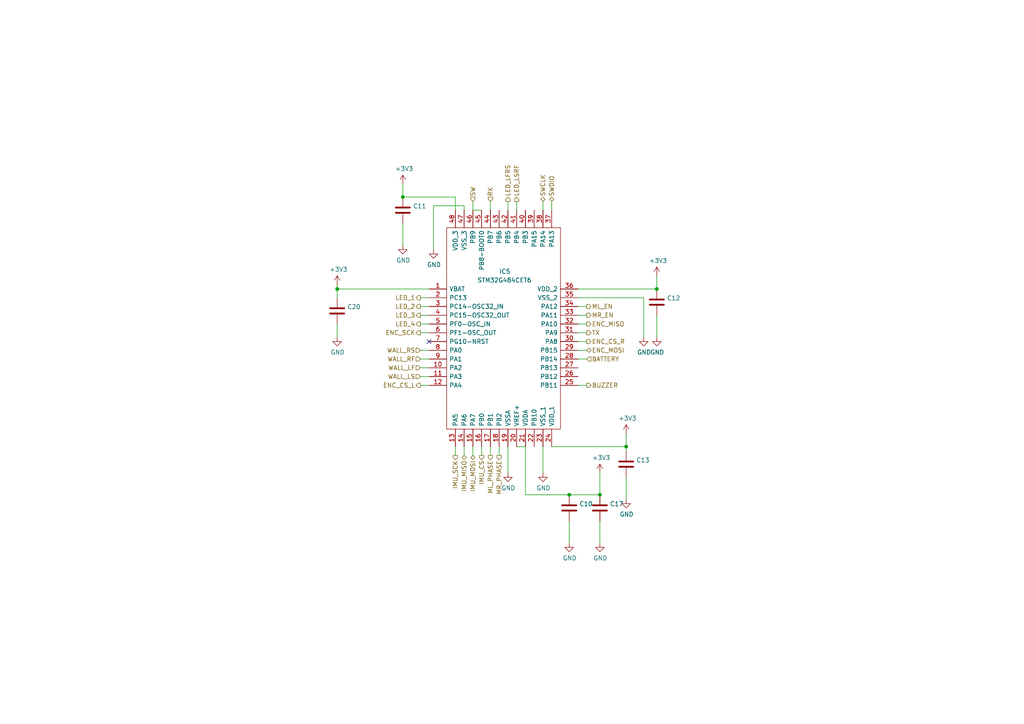
<source format=kicad_sch>
(kicad_sch (version 20211123) (generator eeschema)
  (paper "A4")
  (lib_symbols
    (symbol "Device:C" (pin_numbers hide) (pin_names (offset 0.254))
      (property "Reference" "C" (at 0.635 2.54 0))
      (property "Value" "C" (at 0.635 -2.54 0))
      (symbol "C_0_1"
        (polyline (pts (xy -2.032 -0.762) (xy 2.032 -0.762)) (stroke (width 0.508)))
        (polyline (pts (xy -2.032 0.762) (xy 2.032 0.762)) (stroke (width 0.508)))
      )
      (symbol "C_1_1"
        (pin passive line (at 0 3.81 270) (length 2.794) (name "~") (number "1"))
        (pin passive line (at 0 -3.81 90) (length 2.794) (name "~") (number "2"))
      )
    )
    (symbol "STM32G484CET6:STM32G484CET6" (pin_names (offset 0.762))
      (property "Reference" "IC" (at 39.37 22.86 0))
      (property "Value" "STM32G484CET6" (at 39.37 20.32 0))
      (symbol "STM32G484CET6_0_0"
        (pin passive line (at 0 0 0) (length 5.08) (name "VBAT") (number "1"))
        (pin passive line (at 0 -22.86 0) (length 5.08) (name "PA2") (number "10"))
        (pin passive line (at 0 -25.4 0) (length 5.08) (name "PA3") (number "11"))
        (pin passive line (at 0 -27.94 0) (length 5.08) (name "PA4") (number "12"))
        (pin passive line (at 7.62 -45.72 90) (length 5.08) (name "PA5") (number "13"))
        (pin passive line (at 10.16 -45.72 90) (length 5.08) (name "PA6") (number "14"))
        (pin passive line (at 12.7 -45.72 90) (length 5.08) (name "PA7") (number "15"))
        (pin passive line (at 15.24 -45.72 90) (length 5.08) (name "PB0") (number "16"))
        (pin passive line (at 17.78 -45.72 90) (length 5.08) (name "PB1") (number "17"))
        (pin passive line (at 20.32 -45.72 90) (length 5.08) (name "PB2") (number "18"))
        (pin passive line (at 22.86 -45.72 90) (length 5.08) (name "VSSA") (number "19"))
        (pin passive line (at 0 -2.54 0) (length 5.08) (name "PC13") (number "2"))
        (pin passive line (at 25.4 -45.72 90) (length 5.08) (name "VREF+") (number "20"))
        (pin passive line (at 27.94 -45.72 90) (length 5.08) (name "VDDA") (number "21"))
        (pin passive line (at 30.48 -45.72 90) (length 5.08) (name "PB10") (number "22"))
        (pin passive line (at 33.02 -45.72 90) (length 5.08) (name "VSS_1") (number "23"))
        (pin passive line (at 35.56 -45.72 90) (length 5.08) (name "VDD_1") (number "24"))
        (pin passive line (at 43.18 -27.94 180) (length 5.08) (name "PB11") (number "25"))
        (pin passive line (at 43.18 -25.4 180) (length 5.08) (name "PB12") (number "26"))
        (pin passive line (at 43.18 -22.86 180) (length 5.08) (name "PB13") (number "27"))
        (pin passive line (at 43.18 -20.32 180) (length 5.08) (name "PB14") (number "28"))
        (pin passive line (at 43.18 -17.78 180) (length 5.08) (name "PB15") (number "29"))
        (pin passive line (at 0 -5.08 0) (length 5.08) (name "PC14-OSC32_IN") (number "3"))
        (pin passive line (at 43.18 -15.24 180) (length 5.08) (name "PA8") (number "30"))
        (pin passive line (at 43.18 -12.7 180) (length 5.08) (name "PA9") (number "31"))
        (pin passive line (at 43.18 -10.16 180) (length 5.08) (name "PA10") (number "32"))
        (pin passive line (at 43.18 -7.62 180) (length 5.08) (name "PA11") (number "33"))
        (pin passive line (at 43.18 -5.08 180) (length 5.08) (name "PA12") (number "34"))
        (pin passive line (at 43.18 -2.54 180) (length 5.08) (name "VSS_2") (number "35"))
        (pin passive line (at 43.18 0 180) (length 5.08) (name "VDD_2") (number "36"))
        (pin passive line (at 35.56 22.86 270) (length 5.08) (name "PA13") (number "37"))
        (pin passive line (at 33.02 22.86 270) (length 5.08) (name "PA14") (number "38"))
        (pin passive line (at 30.48 22.86 270) (length 5.08) (name "PA15") (number "39"))
        (pin passive line (at 0 -7.62 0) (length 5.08) (name "PC15-OSC32_OUT") (number "4"))
        (pin passive line (at 27.94 22.86 270) (length 5.08) (name "PB3") (number "40"))
        (pin passive line (at 25.4 22.86 270) (length 5.08) (name "PB4") (number "41"))
        (pin passive line (at 22.86 22.86 270) (length 5.08) (name "PB5") (number "42"))
        (pin passive line (at 20.32 22.86 270) (length 5.08) (name "PB6") (number "43"))
        (pin passive line (at 17.78 22.86 270) (length 5.08) (name "PB7") (number "44"))
        (pin passive line (at 15.24 22.86 270) (length 5.08) (name "PB8-BOOT0") (number "45"))
        (pin passive line (at 12.7 22.86 270) (length 5.08) (name "PB9") (number "46"))
        (pin passive line (at 10.16 22.86 270) (length 5.08) (name "VSS_3") (number "47"))
        (pin passive line (at 7.62 22.86 270) (length 5.08) (name "VDD_3") (number "48"))
        (pin passive line (at 0 -10.16 0) (length 5.08) (name "PF0-OSC_IN") (number "5"))
        (pin passive line (at 0 -12.7 0) (length 5.08) (name "PF1-OSC_OUT") (number "6"))
        (pin passive line (at 0 -15.24 0) (length 5.08) (name "PG10-NRST") (number "7"))
        (pin passive line (at 0 -17.78 0) (length 5.08) (name "PA0") (number "8"))
        (pin passive line (at 0 -20.32 0) (length 5.08) (name "PA1") (number "9"))
      )
      (symbol "STM32G484CET6_0_1"
        (polyline (pts (xy 5.08 17.78) (xy 38.1 17.78) (xy 38.1 -40.64) (xy 5.08 -40.64) (xy 5.08 17.78)) (stroke (width 0.1524)))
      )
    )
    (symbol "power:+3.3V" (power) (pin_names (offset 0))
      (property "Value" "+3.3V" (at 0 3.556 0))
      (symbol "+3.3V_0_1"
        (polyline (pts (xy -0.762 1.27) (xy 0 2.54)))
        (polyline (pts (xy 0 0) (xy 0 2.54)))
        (polyline (pts (xy 0 2.54) (xy 0.762 1.27)))
      )
      (symbol "+3.3V_1_1"
        (pin power_in line (at 0 0 90) (length 0) hide (name "+3V3") (number "1"))
      )
    )
    (symbol "power:GND" (power) (pin_names (offset 0))
      (property "Value" "GND" (at 0 -3.81 0))
      (symbol "GND_0_1"
        (polyline (pts (xy 0 0) (xy 0 -1.27) (xy 1.27 -1.27) (xy 0 -2.54) (xy -1.27 -1.27) (xy 0 -1.27)))
      )
      (symbol "GND_1_1"
        (pin power_in line (at 0 0 270) (length 0) hide (name "GND") (number "1"))
      )
    )
  )
  (junction (at 181.61 129.54))
  (junction (at 190.5 83.82))
  (junction (at 116.84 57.15))
  (junction (at 173.99 143.51))
  (junction (at 165.1 143.51))
  (junction (at 97.79 83.82))
  (no_connect (at 124.46 99.06))
  (wire (pts (xy 167.64 101.6) (xy 170.18 101.6)))
  (wire (pts (xy 137.16 60.96) (xy 137.16 58.42)))
  (wire (pts (xy 167.64 93.98) (xy 170.18 93.98)))
  (wire (pts (xy 97.79 82.55) (xy 97.79 83.82)))
  (wire (pts (xy 167.64 86.36) (xy 186.69 86.36)))
  (wire (pts (xy 124.46 88.9) (xy 121.92 88.9)))
  (wire (pts (xy 181.61 138.43) (xy 181.61 144.78)))
  (wire (pts (xy 160.02 129.54) (xy 181.61 129.54)))
  (wire (pts (xy 186.69 86.36) (xy 186.69 97.79)))
  (wire (pts (xy 132.08 60.96) (xy 132.08 57.15)))
  (wire (pts (xy 97.79 83.82) (xy 97.79 86.36)))
  (wire (pts (xy 167.64 83.82) (xy 190.5 83.82)))
  (wire (pts (xy 124.46 91.44) (xy 121.92 91.44)))
  (wire (pts (xy 167.64 99.06) (xy 170.18 99.06)))
  (wire (pts (xy 144.78 129.54) (xy 144.78 132.08)))
  (wire (pts (xy 124.46 109.22) (xy 121.92 109.22)))
  (wire (pts (xy 142.24 129.54) (xy 142.24 132.08)))
  (wire (pts (xy 134.62 129.54) (xy 134.62 132.08)))
  (wire (pts (xy 137.16 60.96) (xy 139.7 60.96)))
  (wire (pts (xy 165.1 151.13) (xy 165.1 157.48)))
  (wire (pts (xy 167.64 111.76) (xy 170.18 111.76)))
  (wire (pts (xy 137.16 129.54) (xy 137.16 132.08)))
  (wire (pts (xy 134.62 59.69) (xy 125.73 59.69)))
  (wire (pts (xy 157.48 129.54) (xy 157.48 137.16)))
  (wire (pts (xy 157.48 60.96) (xy 157.48 58.42)))
  (wire (pts (xy 124.46 93.98) (xy 121.92 93.98)))
  (wire (pts (xy 142.24 60.96) (xy 142.24 58.42)))
  (wire (pts (xy 160.02 60.96) (xy 160.02 58.42)))
  (wire (pts (xy 124.46 106.68) (xy 121.92 106.68)))
  (wire (pts (xy 124.46 86.36) (xy 121.92 86.36)))
  (wire (pts (xy 124.46 111.76) (xy 121.92 111.76)))
  (wire (pts (xy 167.64 104.14) (xy 170.18 104.14)))
  (wire (pts (xy 167.64 96.52) (xy 170.18 96.52)))
  (wire (pts (xy 147.32 60.96) (xy 147.32 58.42)))
  (wire (pts (xy 124.46 104.14) (xy 121.92 104.14)))
  (wire (pts (xy 124.46 96.52) (xy 121.92 96.52)))
  (wire (pts (xy 125.73 59.69) (xy 125.73 72.39)))
  (wire (pts (xy 116.84 64.77) (xy 116.84 71.12)))
  (wire (pts (xy 190.5 91.44) (xy 190.5 97.79)))
  (wire (pts (xy 181.61 125.73) (xy 181.61 129.54)))
  (wire (pts (xy 165.1 143.51) (xy 173.99 143.51)))
  (wire (pts (xy 124.46 101.6) (xy 121.92 101.6)))
  (wire (pts (xy 149.86 129.54) (xy 152.4 129.54)))
  (wire (pts (xy 149.86 60.96) (xy 149.86 58.42)))
  (wire (pts (xy 139.7 129.54) (xy 139.7 132.08)))
  (wire (pts (xy 152.4 129.54) (xy 152.4 143.51)))
  (wire (pts (xy 173.99 143.51) (xy 173.99 137.16)))
  (wire (pts (xy 124.46 83.82) (xy 97.79 83.82)))
  (wire (pts (xy 132.08 129.54) (xy 132.08 132.08)))
  (wire (pts (xy 134.62 60.96) (xy 134.62 59.69)))
  (wire (pts (xy 152.4 143.51) (xy 165.1 143.51)))
  (wire (pts (xy 97.79 97.79) (xy 97.79 93.98)))
  (wire (pts (xy 181.61 130.81) (xy 181.61 129.54)))
  (wire (pts (xy 116.84 53.34) (xy 116.84 57.15)))
  (wire (pts (xy 132.08 57.15) (xy 116.84 57.15)))
  (wire (pts (xy 167.64 91.44) (xy 170.18 91.44)))
  (wire (pts (xy 147.32 129.54) (xy 147.32 137.16)))
  (wire (pts (xy 173.99 151.13) (xy 173.99 157.48)))
  (wire (pts (xy 190.5 80.01) (xy 190.5 83.82)))
  (wire (pts (xy 167.64 88.9) (xy 170.18 88.9)))
  (hierarchical_label "ML_PHASE" (shape output) (at 142.24 132.08 270))
  (hierarchical_label "WALL_LF" (shape input) (at 121.92 106.68 180))
  (hierarchical_label "IMU_MISO" (shape bidirectional) (at 134.62 132.08 270))
  (hierarchical_label "LED_4" (shape output) (at 121.92 93.98 180))
  (hierarchical_label "IMU_CS" (shape output) (at 139.7 132.08 270))
  (hierarchical_label "MR_PHASE" (shape output) (at 144.78 132.08 270))
  (hierarchical_label "ENC_SCK" (shape output) (at 121.92 96.52 180))
  (hierarchical_label "SW" (shape input) (at 137.16 58.42 90))
  (hierarchical_label "WALL_RS" (shape input) (at 121.92 101.6 180))
  (hierarchical_label "LED_1" (shape output) (at 121.92 86.36 180))
  (hierarchical_label "BUZZER" (shape output) (at 170.18 111.76 0))
  (hierarchical_label "LED_LFRS" (shape output) (at 147.32 58.42 90))
  (hierarchical_label "SWCLK" (shape bidirectional) (at 157.48 58.42 90))
  (hierarchical_label "WALL_RF" (shape input) (at 121.92 104.14 180))
  (hierarchical_label "SWDIO" (shape bidirectional) (at 160.02 58.42 90))
  (hierarchical_label "LED_2" (shape output) (at 121.92 88.9 180))
  (hierarchical_label "BATTERY" (shape input) (at 170.18 104.14 0))
  (hierarchical_label "RX" (shape input) (at 142.24 58.42 90))
  (hierarchical_label "ENC_CS_L" (shape output) (at 121.92 111.76 180))
  (hierarchical_label "IMU_MOSI" (shape bidirectional) (at 137.16 132.08 270))
  (hierarchical_label "WALL_LS" (shape input) (at 121.92 109.22 180))
  (hierarchical_label "IMU_SCK" (shape output) (at 132.08 132.08 270))
  (hierarchical_label "LED_3" (shape output) (at 121.92 91.44 180))
  (hierarchical_label "MR_EN" (shape output) (at 170.18 91.44 0))
  (hierarchical_label "LED_LSRF" (shape output) (at 149.86 58.42 90))
  (hierarchical_label "ENC_MISO" (shape output) (at 170.18 93.98 0))
  (hierarchical_label "ML_EN" (shape output) (at 170.18 88.9 0))
  (hierarchical_label "ENC_CS_R" (shape output) (at 170.18 99.06 0))
  (hierarchical_label "TX" (shape output) (at 170.18 96.52 0))
  (hierarchical_label "ENC_MOSI" (shape bidirectional) (at 170.18 101.6 0))
  (symbol (lib_id "power:+3.3V") (at 181.61 125.73 0) (unit 1)
    (property "Reference" "#PWR0175" (effects hide))
  )
  (symbol (lib_id "power:GND") (at 181.61 144.78 0) (unit 1)
    (property "Reference" "#PWR0174" (effects hide))
  )
  (symbol (lib_id "Device:C") (at 181.61 134.62 0) (unit 1)
    (property "Reference" "C13" (at 184.531 133.4516 0) (effects (justify left)))
  )
  (symbol (lib_id "power:+3.3V") (at 190.5 80.01 0) (unit 1)
    (property "Reference" "#PWR0143" (effects hide))
  )
  (symbol (lib_id "Device:C") (at 190.5 87.63 0) (unit 1)
    (property "Reference" "C12" (at 193.421 86.4616 0) (effects (justify left)))
  )
  (symbol (lib_id "power:GND") (at 190.5 97.79 0) (unit 1)
    (property "Reference" "#PWR0144" (effects hide))
  )
  (symbol (lib_id "power:+3.3V") (at 116.84 53.34 0) (unit 1)
    (property "Reference" "#PWR0148" (effects hide))
  )
  (symbol (lib_id "Device:C") (at 116.84 60.96 0) (unit 1)
    (property "Reference" "C11" (at 119.761 59.7916 0) (effects (justify left)))
  )
  (symbol (lib_id "power:GND") (at 116.84 71.12 0) (unit 1)
    (property "Reference" "#PWR0149" (effects hide))
  )
  (symbol (lib_id "Device:C") (at 173.99 147.32 0) (unit 1)
    (property "Reference" "C17" (at 176.911 146.1516 0) (effects (justify left)))
  )
  (symbol (lib_id "power:GND") (at 173.99 157.48 0) (unit 1)
    (property "Reference" "#PWR0171" (effects hide))
  )
  (symbol (lib_id "Device:C") (at 165.1 147.32 0) (unit 1)
    (property "Reference" "C10" (at 168.021 146.1516 0) (effects (justify left)))
  )
  (symbol (lib_id "power:GND") (at 165.1 157.48 0) (unit 1)
    (property "Reference" "#PWR0172" (effects hide))
  )
  (symbol (lib_id "Device:C") (at 97.79 90.17 0) (unit 1)
    (property "Reference" "C20" (at 100.711 89.0016 0) (effects (justify left)))
  )
  (symbol (lib_id "power:GND") (at 97.79 97.79 0) (unit 1)
    (property "Reference" "#PWR0173" (effects hide))
  )
  (symbol (lib_id "STM32G484CET6:STM32G484CET6") (at 124.46 83.82 0) (unit 1)
    (property "Reference" "IC5" (at 144.78 78.74 0) (effects (justify left)))
    (property "Value" "STM32G484CET6" (at 138.43 81.28 0) (effects (justify left)))
    (property "Footprint" "QFP50P900X900X160-48N" (effects hide))
    (property "Description" "MCU, 32BIT, 170MHZ, LQFP-48" (effects hide))
    (property "Height" "1.6" (effects hide))
    (property "Manufacturer_Name" "STMicroelectronics" (effects hide))
    (property "Manufacturer_Part_Number" "STM32G484CET6" (effects hide))
  )
  (symbol (lib_id "power:+3.3V") (at 97.79 82.55 0) (unit 1)
    (property "Reference" "#PWR0135" (effects hide))
  )
  (symbol (lib_id "power:+3.3V") (at 173.99 137.16 0) (unit 1)
    (property "Reference" "#PWR0129" (effects hide))
  )
  (symbol (lib_id "power:GND") (at 125.73 72.39 0) (unit 1)
    (property "Reference" "#PWR0137" (effects hide))
  )
  (symbol (lib_id "power:GND") (at 186.69 97.79 0) (unit 1)
    (property "Reference" "#PWR0139" (effects hide))
  )
  (symbol (lib_id "power:GND") (at 147.32 137.16 0) (unit 1)
    (property "Reference" "#PWR0150" (effects hide))
  )
  (symbol (lib_id "power:GND") (at 157.48 137.16 0) (unit 1)
    (property "Reference" "#PWR0154" (effects hide))
  )
)
</source>
